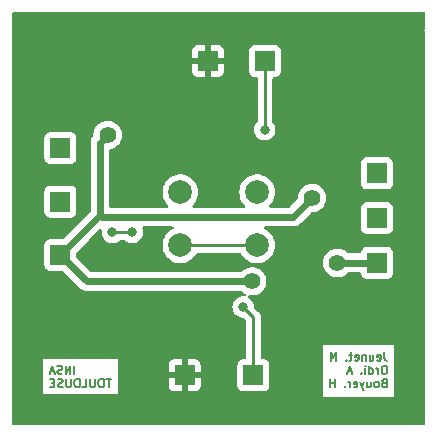
<source format=gbr>
%TF.GenerationSoftware,KiCad,Pcbnew,7.0.8*%
%TF.CreationDate,2023-11-30T14:41:35+01:00*%
%TF.ProjectId,Le_damier,4c655f64-616d-4696-9572-2e6b69636164,rev?*%
%TF.SameCoordinates,Original*%
%TF.FileFunction,Copper,L2,Bot*%
%TF.FilePolarity,Positive*%
%FSLAX46Y46*%
G04 Gerber Fmt 4.6, Leading zero omitted, Abs format (unit mm)*
G04 Created by KiCad (PCBNEW 7.0.8) date 2023-11-30 14:41:35*
%MOMM*%
%LPD*%
G01*
G04 APERTURE LIST*
%ADD10C,0.175000*%
%TA.AperFunction,NonConductor*%
%ADD11C,0.175000*%
%TD*%
%TA.AperFunction,ComponentPad*%
%ADD12R,1.700000X1.700000*%
%TD*%
%TA.AperFunction,ComponentPad*%
%ADD13C,2.000000*%
%TD*%
%TA.AperFunction,ViaPad*%
%ADD14C,1.400000*%
%TD*%
%TA.AperFunction,ViaPad*%
%ADD15C,0.800000*%
%TD*%
%TA.AperFunction,Conductor*%
%ADD16C,0.600000*%
%TD*%
%TA.AperFunction,Conductor*%
%ADD17C,0.250000*%
%TD*%
G04 APERTURE END LIST*
D10*
D11*
X52128202Y-50271233D02*
X52128202Y-50771233D01*
X52128202Y-50771233D02*
X52161535Y-50871233D01*
X52161535Y-50871233D02*
X52228202Y-50937900D01*
X52228202Y-50937900D02*
X52328202Y-50971233D01*
X52328202Y-50971233D02*
X52394869Y-50971233D01*
X51528202Y-50937900D02*
X51594869Y-50971233D01*
X51594869Y-50971233D02*
X51728202Y-50971233D01*
X51728202Y-50971233D02*
X51794869Y-50937900D01*
X51794869Y-50937900D02*
X51828202Y-50871233D01*
X51828202Y-50871233D02*
X51828202Y-50604566D01*
X51828202Y-50604566D02*
X51794869Y-50537900D01*
X51794869Y-50537900D02*
X51728202Y-50504566D01*
X51728202Y-50504566D02*
X51594869Y-50504566D01*
X51594869Y-50504566D02*
X51528202Y-50537900D01*
X51528202Y-50537900D02*
X51494869Y-50604566D01*
X51494869Y-50604566D02*
X51494869Y-50671233D01*
X51494869Y-50671233D02*
X51828202Y-50737900D01*
X50894869Y-50504566D02*
X50894869Y-50971233D01*
X51194869Y-50504566D02*
X51194869Y-50871233D01*
X51194869Y-50871233D02*
X51161536Y-50937900D01*
X51161536Y-50937900D02*
X51094869Y-50971233D01*
X51094869Y-50971233D02*
X50994869Y-50971233D01*
X50994869Y-50971233D02*
X50928202Y-50937900D01*
X50928202Y-50937900D02*
X50894869Y-50904566D01*
X50561536Y-50504566D02*
X50561536Y-50971233D01*
X50561536Y-50571233D02*
X50528203Y-50537900D01*
X50528203Y-50537900D02*
X50461536Y-50504566D01*
X50461536Y-50504566D02*
X50361536Y-50504566D01*
X50361536Y-50504566D02*
X50294869Y-50537900D01*
X50294869Y-50537900D02*
X50261536Y-50604566D01*
X50261536Y-50604566D02*
X50261536Y-50971233D01*
X49661536Y-50937900D02*
X49728203Y-50971233D01*
X49728203Y-50971233D02*
X49861536Y-50971233D01*
X49861536Y-50971233D02*
X49928203Y-50937900D01*
X49928203Y-50937900D02*
X49961536Y-50871233D01*
X49961536Y-50871233D02*
X49961536Y-50604566D01*
X49961536Y-50604566D02*
X49928203Y-50537900D01*
X49928203Y-50537900D02*
X49861536Y-50504566D01*
X49861536Y-50504566D02*
X49728203Y-50504566D01*
X49728203Y-50504566D02*
X49661536Y-50537900D01*
X49661536Y-50537900D02*
X49628203Y-50604566D01*
X49628203Y-50604566D02*
X49628203Y-50671233D01*
X49628203Y-50671233D02*
X49961536Y-50737900D01*
X49428203Y-50504566D02*
X49161536Y-50504566D01*
X49328203Y-50271233D02*
X49328203Y-50871233D01*
X49328203Y-50871233D02*
X49294870Y-50937900D01*
X49294870Y-50937900D02*
X49228203Y-50971233D01*
X49228203Y-50971233D02*
X49161536Y-50971233D01*
X48928203Y-50904566D02*
X48894870Y-50937900D01*
X48894870Y-50937900D02*
X48928203Y-50971233D01*
X48928203Y-50971233D02*
X48961536Y-50937900D01*
X48961536Y-50937900D02*
X48928203Y-50904566D01*
X48928203Y-50904566D02*
X48928203Y-50971233D01*
X48061537Y-50971233D02*
X48061537Y-50271233D01*
X48061537Y-50271233D02*
X47828204Y-50771233D01*
X47828204Y-50771233D02*
X47594870Y-50271233D01*
X47594870Y-50271233D02*
X47594870Y-50971233D01*
X52194869Y-51398233D02*
X52061535Y-51398233D01*
X52061535Y-51398233D02*
X51994869Y-51431566D01*
X51994869Y-51431566D02*
X51928202Y-51498233D01*
X51928202Y-51498233D02*
X51894869Y-51631566D01*
X51894869Y-51631566D02*
X51894869Y-51864900D01*
X51894869Y-51864900D02*
X51928202Y-51998233D01*
X51928202Y-51998233D02*
X51994869Y-52064900D01*
X51994869Y-52064900D02*
X52061535Y-52098233D01*
X52061535Y-52098233D02*
X52194869Y-52098233D01*
X52194869Y-52098233D02*
X52261535Y-52064900D01*
X52261535Y-52064900D02*
X52328202Y-51998233D01*
X52328202Y-51998233D02*
X52361535Y-51864900D01*
X52361535Y-51864900D02*
X52361535Y-51631566D01*
X52361535Y-51631566D02*
X52328202Y-51498233D01*
X52328202Y-51498233D02*
X52261535Y-51431566D01*
X52261535Y-51431566D02*
X52194869Y-51398233D01*
X51594869Y-52098233D02*
X51594869Y-51631566D01*
X51594869Y-51764900D02*
X51561536Y-51698233D01*
X51561536Y-51698233D02*
X51528202Y-51664900D01*
X51528202Y-51664900D02*
X51461536Y-51631566D01*
X51461536Y-51631566D02*
X51394869Y-51631566D01*
X50861536Y-52098233D02*
X50861536Y-51398233D01*
X50861536Y-52064900D02*
X50928203Y-52098233D01*
X50928203Y-52098233D02*
X51061536Y-52098233D01*
X51061536Y-52098233D02*
X51128203Y-52064900D01*
X51128203Y-52064900D02*
X51161536Y-52031566D01*
X51161536Y-52031566D02*
X51194869Y-51964900D01*
X51194869Y-51964900D02*
X51194869Y-51764900D01*
X51194869Y-51764900D02*
X51161536Y-51698233D01*
X51161536Y-51698233D02*
X51128203Y-51664900D01*
X51128203Y-51664900D02*
X51061536Y-51631566D01*
X51061536Y-51631566D02*
X50928203Y-51631566D01*
X50928203Y-51631566D02*
X50861536Y-51664900D01*
X50528203Y-52098233D02*
X50528203Y-51631566D01*
X50528203Y-51398233D02*
X50561536Y-51431566D01*
X50561536Y-51431566D02*
X50528203Y-51464900D01*
X50528203Y-51464900D02*
X50494870Y-51431566D01*
X50494870Y-51431566D02*
X50528203Y-51398233D01*
X50528203Y-51398233D02*
X50528203Y-51464900D01*
X50194870Y-52031566D02*
X50161537Y-52064900D01*
X50161537Y-52064900D02*
X50194870Y-52098233D01*
X50194870Y-52098233D02*
X50228203Y-52064900D01*
X50228203Y-52064900D02*
X50194870Y-52031566D01*
X50194870Y-52031566D02*
X50194870Y-52098233D01*
X49361537Y-51898233D02*
X49028204Y-51898233D01*
X49428204Y-52098233D02*
X49194871Y-51398233D01*
X49194871Y-51398233D02*
X48961537Y-52098233D01*
X52094869Y-52858566D02*
X51994869Y-52891900D01*
X51994869Y-52891900D02*
X51961535Y-52925233D01*
X51961535Y-52925233D02*
X51928202Y-52991900D01*
X51928202Y-52991900D02*
X51928202Y-53091900D01*
X51928202Y-53091900D02*
X51961535Y-53158566D01*
X51961535Y-53158566D02*
X51994869Y-53191900D01*
X51994869Y-53191900D02*
X52061535Y-53225233D01*
X52061535Y-53225233D02*
X52328202Y-53225233D01*
X52328202Y-53225233D02*
X52328202Y-52525233D01*
X52328202Y-52525233D02*
X52094869Y-52525233D01*
X52094869Y-52525233D02*
X52028202Y-52558566D01*
X52028202Y-52558566D02*
X51994869Y-52591900D01*
X51994869Y-52591900D02*
X51961535Y-52658566D01*
X51961535Y-52658566D02*
X51961535Y-52725233D01*
X51961535Y-52725233D02*
X51994869Y-52791900D01*
X51994869Y-52791900D02*
X52028202Y-52825233D01*
X52028202Y-52825233D02*
X52094869Y-52858566D01*
X52094869Y-52858566D02*
X52328202Y-52858566D01*
X51528202Y-53225233D02*
X51594869Y-53191900D01*
X51594869Y-53191900D02*
X51628202Y-53158566D01*
X51628202Y-53158566D02*
X51661535Y-53091900D01*
X51661535Y-53091900D02*
X51661535Y-52891900D01*
X51661535Y-52891900D02*
X51628202Y-52825233D01*
X51628202Y-52825233D02*
X51594869Y-52791900D01*
X51594869Y-52791900D02*
X51528202Y-52758566D01*
X51528202Y-52758566D02*
X51428202Y-52758566D01*
X51428202Y-52758566D02*
X51361535Y-52791900D01*
X51361535Y-52791900D02*
X51328202Y-52825233D01*
X51328202Y-52825233D02*
X51294869Y-52891900D01*
X51294869Y-52891900D02*
X51294869Y-53091900D01*
X51294869Y-53091900D02*
X51328202Y-53158566D01*
X51328202Y-53158566D02*
X51361535Y-53191900D01*
X51361535Y-53191900D02*
X51428202Y-53225233D01*
X51428202Y-53225233D02*
X51528202Y-53225233D01*
X50694869Y-52758566D02*
X50694869Y-53225233D01*
X50994869Y-52758566D02*
X50994869Y-53125233D01*
X50994869Y-53125233D02*
X50961536Y-53191900D01*
X50961536Y-53191900D02*
X50894869Y-53225233D01*
X50894869Y-53225233D02*
X50794869Y-53225233D01*
X50794869Y-53225233D02*
X50728202Y-53191900D01*
X50728202Y-53191900D02*
X50694869Y-53158566D01*
X50428203Y-52758566D02*
X50261536Y-53225233D01*
X50094869Y-52758566D02*
X50261536Y-53225233D01*
X50261536Y-53225233D02*
X50328203Y-53391900D01*
X50328203Y-53391900D02*
X50361536Y-53425233D01*
X50361536Y-53425233D02*
X50428203Y-53458566D01*
X49561536Y-53191900D02*
X49628203Y-53225233D01*
X49628203Y-53225233D02*
X49761536Y-53225233D01*
X49761536Y-53225233D02*
X49828203Y-53191900D01*
X49828203Y-53191900D02*
X49861536Y-53125233D01*
X49861536Y-53125233D02*
X49861536Y-52858566D01*
X49861536Y-52858566D02*
X49828203Y-52791900D01*
X49828203Y-52791900D02*
X49761536Y-52758566D01*
X49761536Y-52758566D02*
X49628203Y-52758566D01*
X49628203Y-52758566D02*
X49561536Y-52791900D01*
X49561536Y-52791900D02*
X49528203Y-52858566D01*
X49528203Y-52858566D02*
X49528203Y-52925233D01*
X49528203Y-52925233D02*
X49861536Y-52991900D01*
X49228203Y-53225233D02*
X49228203Y-52758566D01*
X49228203Y-52891900D02*
X49194870Y-52825233D01*
X49194870Y-52825233D02*
X49161536Y-52791900D01*
X49161536Y-52791900D02*
X49094870Y-52758566D01*
X49094870Y-52758566D02*
X49028203Y-52758566D01*
X48794870Y-53158566D02*
X48761537Y-53191900D01*
X48761537Y-53191900D02*
X48794870Y-53225233D01*
X48794870Y-53225233D02*
X48828203Y-53191900D01*
X48828203Y-53191900D02*
X48794870Y-53158566D01*
X48794870Y-53158566D02*
X48794870Y-53225233D01*
X47928204Y-53225233D02*
X47928204Y-52525233D01*
X47928204Y-52858566D02*
X47528204Y-52858566D01*
X47528204Y-53225233D02*
X47528204Y-52525233D01*
D10*
D11*
X25891797Y-52098233D02*
X25891797Y-51398233D01*
X25558464Y-52098233D02*
X25558464Y-51398233D01*
X25558464Y-51398233D02*
X25158464Y-52098233D01*
X25158464Y-52098233D02*
X25158464Y-51398233D01*
X24858464Y-52064900D02*
X24758464Y-52098233D01*
X24758464Y-52098233D02*
X24591798Y-52098233D01*
X24591798Y-52098233D02*
X24525131Y-52064900D01*
X24525131Y-52064900D02*
X24491798Y-52031566D01*
X24491798Y-52031566D02*
X24458464Y-51964900D01*
X24458464Y-51964900D02*
X24458464Y-51898233D01*
X24458464Y-51898233D02*
X24491798Y-51831566D01*
X24491798Y-51831566D02*
X24525131Y-51798233D01*
X24525131Y-51798233D02*
X24591798Y-51764900D01*
X24591798Y-51764900D02*
X24725131Y-51731566D01*
X24725131Y-51731566D02*
X24791798Y-51698233D01*
X24791798Y-51698233D02*
X24825131Y-51664900D01*
X24825131Y-51664900D02*
X24858464Y-51598233D01*
X24858464Y-51598233D02*
X24858464Y-51531566D01*
X24858464Y-51531566D02*
X24825131Y-51464900D01*
X24825131Y-51464900D02*
X24791798Y-51431566D01*
X24791798Y-51431566D02*
X24725131Y-51398233D01*
X24725131Y-51398233D02*
X24558464Y-51398233D01*
X24558464Y-51398233D02*
X24458464Y-51431566D01*
X24191797Y-51898233D02*
X23858464Y-51898233D01*
X24258464Y-52098233D02*
X24025131Y-51398233D01*
X24025131Y-51398233D02*
X23791797Y-52098233D01*
X28991796Y-52525233D02*
X28591796Y-52525233D01*
X28791796Y-53225233D02*
X28791796Y-52525233D01*
X28225130Y-52525233D02*
X28091796Y-52525233D01*
X28091796Y-52525233D02*
X28025130Y-52558566D01*
X28025130Y-52558566D02*
X27958463Y-52625233D01*
X27958463Y-52625233D02*
X27925130Y-52758566D01*
X27925130Y-52758566D02*
X27925130Y-52991900D01*
X27925130Y-52991900D02*
X27958463Y-53125233D01*
X27958463Y-53125233D02*
X28025130Y-53191900D01*
X28025130Y-53191900D02*
X28091796Y-53225233D01*
X28091796Y-53225233D02*
X28225130Y-53225233D01*
X28225130Y-53225233D02*
X28291796Y-53191900D01*
X28291796Y-53191900D02*
X28358463Y-53125233D01*
X28358463Y-53125233D02*
X28391796Y-52991900D01*
X28391796Y-52991900D02*
X28391796Y-52758566D01*
X28391796Y-52758566D02*
X28358463Y-52625233D01*
X28358463Y-52625233D02*
X28291796Y-52558566D01*
X28291796Y-52558566D02*
X28225130Y-52525233D01*
X27625130Y-52525233D02*
X27625130Y-53091900D01*
X27625130Y-53091900D02*
X27591797Y-53158566D01*
X27591797Y-53158566D02*
X27558463Y-53191900D01*
X27558463Y-53191900D02*
X27491797Y-53225233D01*
X27491797Y-53225233D02*
X27358463Y-53225233D01*
X27358463Y-53225233D02*
X27291797Y-53191900D01*
X27291797Y-53191900D02*
X27258463Y-53158566D01*
X27258463Y-53158566D02*
X27225130Y-53091900D01*
X27225130Y-53091900D02*
X27225130Y-52525233D01*
X26558464Y-53225233D02*
X26891797Y-53225233D01*
X26891797Y-53225233D02*
X26891797Y-52525233D01*
X26191797Y-52525233D02*
X26058463Y-52525233D01*
X26058463Y-52525233D02*
X25991797Y-52558566D01*
X25991797Y-52558566D02*
X25925130Y-52625233D01*
X25925130Y-52625233D02*
X25891797Y-52758566D01*
X25891797Y-52758566D02*
X25891797Y-52991900D01*
X25891797Y-52991900D02*
X25925130Y-53125233D01*
X25925130Y-53125233D02*
X25991797Y-53191900D01*
X25991797Y-53191900D02*
X26058463Y-53225233D01*
X26058463Y-53225233D02*
X26191797Y-53225233D01*
X26191797Y-53225233D02*
X26258463Y-53191900D01*
X26258463Y-53191900D02*
X26325130Y-53125233D01*
X26325130Y-53125233D02*
X26358463Y-52991900D01*
X26358463Y-52991900D02*
X26358463Y-52758566D01*
X26358463Y-52758566D02*
X26325130Y-52625233D01*
X26325130Y-52625233D02*
X26258463Y-52558566D01*
X26258463Y-52558566D02*
X26191797Y-52525233D01*
X25591797Y-52525233D02*
X25591797Y-53091900D01*
X25591797Y-53091900D02*
X25558464Y-53158566D01*
X25558464Y-53158566D02*
X25525130Y-53191900D01*
X25525130Y-53191900D02*
X25458464Y-53225233D01*
X25458464Y-53225233D02*
X25325130Y-53225233D01*
X25325130Y-53225233D02*
X25258464Y-53191900D01*
X25258464Y-53191900D02*
X25225130Y-53158566D01*
X25225130Y-53158566D02*
X25191797Y-53091900D01*
X25191797Y-53091900D02*
X25191797Y-52525233D01*
X24891797Y-53191900D02*
X24791797Y-53225233D01*
X24791797Y-53225233D02*
X24625131Y-53225233D01*
X24625131Y-53225233D02*
X24558464Y-53191900D01*
X24558464Y-53191900D02*
X24525131Y-53158566D01*
X24525131Y-53158566D02*
X24491797Y-53091900D01*
X24491797Y-53091900D02*
X24491797Y-53025233D01*
X24491797Y-53025233D02*
X24525131Y-52958566D01*
X24525131Y-52958566D02*
X24558464Y-52925233D01*
X24558464Y-52925233D02*
X24625131Y-52891900D01*
X24625131Y-52891900D02*
X24758464Y-52858566D01*
X24758464Y-52858566D02*
X24825131Y-52825233D01*
X24825131Y-52825233D02*
X24858464Y-52791900D01*
X24858464Y-52791900D02*
X24891797Y-52725233D01*
X24891797Y-52725233D02*
X24891797Y-52658566D01*
X24891797Y-52658566D02*
X24858464Y-52591900D01*
X24858464Y-52591900D02*
X24825131Y-52558566D01*
X24825131Y-52558566D02*
X24758464Y-52525233D01*
X24758464Y-52525233D02*
X24591797Y-52525233D01*
X24591797Y-52525233D02*
X24491797Y-52558566D01*
X24191797Y-52858566D02*
X23958464Y-52858566D01*
X23858464Y-53225233D02*
X24191797Y-53225233D01*
X24191797Y-53225233D02*
X24191797Y-52525233D01*
X24191797Y-52525233D02*
X23858464Y-52525233D01*
D12*
%TO.P,Connector7,1,Pin_1*%
%TO.N,Net-(Connector2-Pin_1)*%
X51510000Y-38920000D03*
%TD*%
%TO.P,Connector8,1,Pin_1*%
%TO.N,Net-(Connector3-Pin_1)*%
X41048332Y-52220000D03*
%TD*%
%TO.P,Connector4,1,Pin_1*%
%TO.N,GND*%
X37198333Y-25620000D03*
%TD*%
%TO.P,Connector1,1,Pin_1*%
%TO.N,+5V*%
X24710000Y-42041250D03*
%TD*%
%TO.P,Connector5,1,Pin_1*%
%TO.N,/LED_DIN*%
X24710000Y-32983750D03*
%TD*%
D13*
%TO.P,SW1,1,1*%
%TO.N,Net-(Connector3-Pin_1)*%
X34860000Y-36720000D03*
X41360000Y-36720000D03*
%TO.P,SW1,2,2*%
%TO.N,Net-(Connector2-Pin_1)*%
X34860000Y-41220000D03*
X41360000Y-41220000D03*
%TD*%
D12*
%TO.P,Connector2,1,Pin_1*%
%TO.N,Net-(Connector2-Pin_1)*%
X24710000Y-37512500D03*
%TD*%
%TO.P,Connector9,1,Pin_1*%
%TO.N,+5V*%
X51510000Y-42695000D03*
%TD*%
%TO.P,Connector6,1,Pin_1*%
%TO.N,/LED_DOUT*%
X51510000Y-35120000D03*
%TD*%
%TO.P,Connector10,1,Pin_1*%
%TO.N,GND*%
X35221666Y-52220000D03*
%TD*%
%TO.P,Connector3,1,Pin_1*%
%TO.N,Net-(Connector3-Pin_1)*%
X42036666Y-25620000D03*
%TD*%
D14*
%TO.N,+5V*%
X46009998Y-37220000D03*
X28700000Y-31880000D03*
X48160000Y-42700000D03*
X40950000Y-44260000D03*
%TO.N,GND*%
X35910000Y-33320000D03*
X31270000Y-35060000D03*
X48310000Y-40820000D03*
X36610000Y-46740000D03*
X45110000Y-32920000D03*
X39330000Y-30330000D03*
X32660000Y-46790000D03*
X42970000Y-47060000D03*
D15*
%TO.N,Net-(Connector2-Pin_1)*%
X29110000Y-40120000D03*
X30790000Y-40120000D03*
%TO.N,Net-(Connector3-Pin_1)*%
X40180000Y-46430000D03*
X42010000Y-31420000D03*
%TD*%
D16*
%TO.N,+5V*%
X28059928Y-32520072D02*
X28700000Y-31880000D01*
X28188606Y-38820000D02*
X28059928Y-38691322D01*
X28059928Y-38691322D02*
X28059928Y-32520072D01*
X51510000Y-42695000D02*
X48165000Y-42695000D01*
X44409998Y-38820000D02*
X28188606Y-38820000D01*
X40950000Y-44260000D02*
X26928750Y-44260000D01*
X24710000Y-42041250D02*
X28059928Y-38691322D01*
X46009998Y-37220000D02*
X44409998Y-38820000D01*
X26928750Y-44260000D02*
X24710000Y-42041250D01*
X48165000Y-42695000D02*
X48160000Y-42700000D01*
X51510000Y-42695000D02*
X51485000Y-42720000D01*
D17*
%TO.N,Net-(Connector2-Pin_1)*%
X30790000Y-40120000D02*
X29110000Y-40120000D01*
X41360000Y-41220000D02*
X34860000Y-41220000D01*
%TO.N,Net-(Connector3-Pin_1)*%
X41048332Y-47298332D02*
X41048332Y-52220000D01*
X42036666Y-31393334D02*
X42010000Y-31420000D01*
X42036666Y-25620000D02*
X42036666Y-31393334D01*
X40180000Y-46430000D02*
X41048332Y-47298332D01*
%TD*%
%TA.AperFunction,Conductor*%
%TO.N,GND*%
G36*
X55542539Y-21490185D02*
G01*
X55588294Y-21542989D01*
X55599500Y-21594500D01*
X55599500Y-22889903D01*
X55579815Y-22956942D01*
X55527011Y-23002697D01*
X55521036Y-23004624D01*
X55521138Y-23004871D01*
X55509617Y-23009617D01*
X55509616Y-23009618D01*
X55509459Y-23009999D01*
X55509459Y-23010000D01*
X55509617Y-23010383D01*
X55509901Y-23010500D01*
X55509903Y-23010500D01*
X55521138Y-23015129D01*
X55519583Y-23018903D01*
X55561480Y-23040746D01*
X55596137Y-23101415D01*
X55599500Y-23130096D01*
X55599500Y-56315500D01*
X55579815Y-56382539D01*
X55527011Y-56428294D01*
X55475500Y-56439500D01*
X20724500Y-56439500D01*
X20657461Y-56419815D01*
X20611706Y-56367011D01*
X20600500Y-56315500D01*
X20600500Y-50804618D01*
X23203408Y-50804618D01*
X23203408Y-53818814D01*
X29583997Y-53818814D01*
X29583997Y-53117844D01*
X33871666Y-53117844D01*
X33878067Y-53177372D01*
X33878069Y-53177379D01*
X33928311Y-53312086D01*
X33928315Y-53312093D01*
X34014475Y-53427187D01*
X34014478Y-53427190D01*
X34129572Y-53513350D01*
X34129579Y-53513354D01*
X34264286Y-53563596D01*
X34264293Y-53563598D01*
X34323821Y-53569999D01*
X34323838Y-53570000D01*
X34971666Y-53570000D01*
X34971666Y-52655501D01*
X35079351Y-52704680D01*
X35185903Y-52720000D01*
X35257429Y-52720000D01*
X35363981Y-52704680D01*
X35471666Y-52655501D01*
X35471666Y-53570000D01*
X36119494Y-53570000D01*
X36119510Y-53569999D01*
X36179038Y-53563598D01*
X36179045Y-53563596D01*
X36313752Y-53513354D01*
X36313759Y-53513350D01*
X36428853Y-53427190D01*
X36428856Y-53427187D01*
X36515016Y-53312093D01*
X36515020Y-53312086D01*
X36565262Y-53177379D01*
X36565264Y-53177372D01*
X36571665Y-53117844D01*
X36571666Y-53117827D01*
X36571666Y-52470000D01*
X35655352Y-52470000D01*
X35681159Y-52429844D01*
X35721666Y-52291889D01*
X35721666Y-52148111D01*
X35681159Y-52010156D01*
X35655352Y-51970000D01*
X36571666Y-51970000D01*
X36571666Y-51322172D01*
X36571665Y-51322155D01*
X36565264Y-51262627D01*
X36565262Y-51262620D01*
X36515020Y-51127913D01*
X36515016Y-51127906D01*
X36428856Y-51012812D01*
X36428853Y-51012809D01*
X36313759Y-50926649D01*
X36313752Y-50926645D01*
X36179045Y-50876403D01*
X36179038Y-50876401D01*
X36119510Y-50870000D01*
X35471666Y-50870000D01*
X35471666Y-51784498D01*
X35363981Y-51735320D01*
X35257429Y-51720000D01*
X35185903Y-51720000D01*
X35079351Y-51735320D01*
X34971666Y-51784498D01*
X34971666Y-50870000D01*
X34323821Y-50870000D01*
X34264293Y-50876401D01*
X34264286Y-50876403D01*
X34129579Y-50926645D01*
X34129572Y-50926649D01*
X34014478Y-51012809D01*
X34014475Y-51012812D01*
X33928315Y-51127906D01*
X33928311Y-51127913D01*
X33878069Y-51262620D01*
X33878067Y-51262627D01*
X33871666Y-51322155D01*
X33871666Y-51970000D01*
X34787980Y-51970000D01*
X34762173Y-52010156D01*
X34721666Y-52148111D01*
X34721666Y-52291889D01*
X34762173Y-52429844D01*
X34787980Y-52470000D01*
X33871666Y-52470000D01*
X33871666Y-53117844D01*
X29583997Y-53117844D01*
X29583997Y-50804618D01*
X23203408Y-50804618D01*
X20600500Y-50804618D01*
X20600500Y-42939120D01*
X23359500Y-42939120D01*
X23359501Y-42939126D01*
X23365908Y-42998733D01*
X23416202Y-43133578D01*
X23416206Y-43133585D01*
X23502452Y-43248794D01*
X23502455Y-43248797D01*
X23617664Y-43335043D01*
X23617671Y-43335047D01*
X23752517Y-43385341D01*
X23752516Y-43385341D01*
X23759444Y-43386085D01*
X23812127Y-43391750D01*
X24877059Y-43391749D01*
X24944098Y-43411433D01*
X24964740Y-43428068D01*
X26426490Y-44889818D01*
X26439540Y-44898017D01*
X26461854Y-44912038D01*
X26467507Y-44916049D01*
X26500163Y-44942091D01*
X26537794Y-44960213D01*
X26543856Y-44963563D01*
X26579228Y-44985789D01*
X26618648Y-44999583D01*
X26625076Y-45002245D01*
X26662689Y-45020359D01*
X26703405Y-45029652D01*
X26710074Y-45031574D01*
X26749495Y-45045368D01*
X26791001Y-45050044D01*
X26797826Y-45051203D01*
X26838555Y-45060500D01*
X26883796Y-45060500D01*
X39998108Y-45060500D01*
X40065147Y-45080185D01*
X40081638Y-45092856D01*
X40223438Y-45222124D01*
X40223440Y-45222125D01*
X40223441Y-45222126D01*
X40349924Y-45300441D01*
X40396560Y-45352469D01*
X40407664Y-45421450D01*
X40379711Y-45485485D01*
X40321576Y-45524241D01*
X40281145Y-45528251D01*
X40281145Y-45529500D01*
X40274646Y-45529500D01*
X40085354Y-45529500D01*
X40052897Y-45536398D01*
X39900197Y-45568855D01*
X39900192Y-45568857D01*
X39727270Y-45645848D01*
X39727265Y-45645851D01*
X39574129Y-45757111D01*
X39447466Y-45897785D01*
X39352821Y-46061715D01*
X39352818Y-46061722D01*
X39294327Y-46241740D01*
X39294326Y-46241744D01*
X39274540Y-46430000D01*
X39294326Y-46618256D01*
X39294327Y-46618259D01*
X39352818Y-46798277D01*
X39352821Y-46798284D01*
X39447467Y-46962216D01*
X39564947Y-47092690D01*
X39574129Y-47102888D01*
X39727265Y-47214148D01*
X39727270Y-47214151D01*
X39900192Y-47291142D01*
X39900197Y-47291144D01*
X40085354Y-47330500D01*
X40144547Y-47330500D01*
X40211586Y-47350185D01*
X40232223Y-47366814D01*
X40386514Y-47521104D01*
X40419998Y-47582426D01*
X40422832Y-47608784D01*
X40422832Y-50745500D01*
X40403147Y-50812539D01*
X40350343Y-50858294D01*
X40298833Y-50869500D01*
X40150462Y-50869500D01*
X40150455Y-50869501D01*
X40090848Y-50875908D01*
X39956003Y-50926202D01*
X39955996Y-50926206D01*
X39840787Y-51012452D01*
X39840784Y-51012455D01*
X39754538Y-51127664D01*
X39754534Y-51127671D01*
X39704240Y-51262517D01*
X39697833Y-51322116D01*
X39697833Y-51322123D01*
X39697832Y-51322135D01*
X39697832Y-53117870D01*
X39697833Y-53117876D01*
X39704240Y-53177483D01*
X39754534Y-53312328D01*
X39754538Y-53312335D01*
X39840784Y-53427544D01*
X39840787Y-53427547D01*
X39955996Y-53513793D01*
X39956003Y-53513797D01*
X40090849Y-53564091D01*
X40090848Y-53564091D01*
X40097776Y-53564835D01*
X40150459Y-53570500D01*
X41946204Y-53570499D01*
X42005815Y-53564091D01*
X42140663Y-53513796D01*
X42255878Y-53427546D01*
X42342128Y-53312331D01*
X42392423Y-53177483D01*
X42398832Y-53117873D01*
X42398831Y-51322128D01*
X42392423Y-51262517D01*
X42342216Y-51127906D01*
X42342129Y-51127671D01*
X42342125Y-51127664D01*
X42255879Y-51012455D01*
X42255876Y-51012452D01*
X42140667Y-50926206D01*
X42140660Y-50926202D01*
X42005814Y-50875908D01*
X42005815Y-50875908D01*
X41946215Y-50869501D01*
X41946213Y-50869500D01*
X41946205Y-50869500D01*
X41946197Y-50869500D01*
X41797832Y-50869500D01*
X41730793Y-50849815D01*
X41685038Y-50797011D01*
X41673832Y-50745500D01*
X41673832Y-49677969D01*
X46936003Y-49677969D01*
X46936003Y-54049634D01*
X52987070Y-54049634D01*
X52987070Y-49677969D01*
X46936003Y-49677969D01*
X41673832Y-49677969D01*
X41673832Y-47381074D01*
X41675556Y-47365454D01*
X41675271Y-47365428D01*
X41676003Y-47357672D01*
X41676005Y-47357665D01*
X41673832Y-47288517D01*
X41673832Y-47258982D01*
X41672963Y-47252104D01*
X41672504Y-47246275D01*
X41671041Y-47199704D01*
X41665454Y-47180476D01*
X41661506Y-47161416D01*
X41658995Y-47141536D01*
X41641844Y-47098219D01*
X41639951Y-47092690D01*
X41626950Y-47047941D01*
X41626948Y-47047938D01*
X41616755Y-47030703D01*
X41608193Y-47013226D01*
X41600819Y-46994602D01*
X41600818Y-46994600D01*
X41573411Y-46956877D01*
X41570220Y-46952018D01*
X41546504Y-46911915D01*
X41546497Y-46911906D01*
X41532338Y-46897747D01*
X41519700Y-46882951D01*
X41507926Y-46866745D01*
X41472020Y-46837041D01*
X41467708Y-46833118D01*
X41118960Y-46484369D01*
X41085475Y-46423046D01*
X41083323Y-46409668D01*
X41065674Y-46241744D01*
X41007179Y-46061716D01*
X40912533Y-45897784D01*
X40785871Y-45757112D01*
X40662803Y-45667698D01*
X40620138Y-45612369D01*
X40614159Y-45542756D01*
X40646764Y-45480961D01*
X40707603Y-45446604D01*
X40758472Y-45445492D01*
X40838757Y-45460500D01*
X40838759Y-45460500D01*
X41061241Y-45460500D01*
X41061243Y-45460500D01*
X41279940Y-45419618D01*
X41487401Y-45339247D01*
X41676562Y-45222124D01*
X41818354Y-45092863D01*
X41840979Y-45072238D01*
X41849844Y-45060500D01*
X41975058Y-44894689D01*
X42074229Y-44695528D01*
X42135115Y-44481536D01*
X42155643Y-44260000D01*
X42135115Y-44038464D01*
X42074229Y-43824472D01*
X42055735Y-43787331D01*
X41975061Y-43625316D01*
X41975056Y-43625308D01*
X41840979Y-43447761D01*
X41676562Y-43297876D01*
X41676560Y-43297874D01*
X41487404Y-43180754D01*
X41487398Y-43180752D01*
X41279940Y-43100382D01*
X41061243Y-43059500D01*
X40838757Y-43059500D01*
X40620060Y-43100382D01*
X40529351Y-43135523D01*
X40412601Y-43180752D01*
X40412595Y-43180754D01*
X40223441Y-43297873D01*
X40223438Y-43297876D01*
X40081644Y-43427138D01*
X40018843Y-43457754D01*
X39998108Y-43459500D01*
X27311690Y-43459500D01*
X27244651Y-43439815D01*
X27224009Y-43423181D01*
X26096818Y-42295990D01*
X26063333Y-42234667D01*
X26060499Y-42208309D01*
X26060499Y-41874190D01*
X26080184Y-41807151D01*
X26096818Y-41786509D01*
X27152209Y-40731118D01*
X28008756Y-39874570D01*
X28070078Y-39841087D01*
X28139770Y-39846071D01*
X28195703Y-39887943D01*
X28220120Y-39953407D01*
X28219757Y-39975214D01*
X28204540Y-40120000D01*
X28224326Y-40308256D01*
X28224327Y-40308259D01*
X28282818Y-40488277D01*
X28282821Y-40488284D01*
X28377467Y-40652216D01*
X28479185Y-40765185D01*
X28504129Y-40792888D01*
X28657265Y-40904148D01*
X28657270Y-40904151D01*
X28830192Y-40981142D01*
X28830197Y-40981144D01*
X29015354Y-41020500D01*
X29015355Y-41020500D01*
X29204644Y-41020500D01*
X29204646Y-41020500D01*
X29389803Y-40981144D01*
X29562730Y-40904151D01*
X29715871Y-40792888D01*
X29718788Y-40789647D01*
X29721600Y-40786526D01*
X29781087Y-40749879D01*
X29813748Y-40745500D01*
X30086252Y-40745500D01*
X30153291Y-40765185D01*
X30178400Y-40786526D01*
X30184126Y-40792885D01*
X30184130Y-40792889D01*
X30337265Y-40904148D01*
X30337270Y-40904151D01*
X30510192Y-40981142D01*
X30510197Y-40981144D01*
X30695354Y-41020500D01*
X30695355Y-41020500D01*
X30884644Y-41020500D01*
X30884646Y-41020500D01*
X31069803Y-40981144D01*
X31242730Y-40904151D01*
X31395871Y-40792888D01*
X31522533Y-40652216D01*
X31617179Y-40488284D01*
X31675674Y-40308256D01*
X31695460Y-40120000D01*
X31675674Y-39931744D01*
X31627285Y-39782818D01*
X31625290Y-39712977D01*
X31661370Y-39653144D01*
X31724071Y-39622316D01*
X31745216Y-39620500D01*
X34173291Y-39620500D01*
X34240330Y-39640185D01*
X34286085Y-39692989D01*
X34296029Y-39762147D01*
X34267004Y-39825703D01*
X34232308Y-39853555D01*
X34036496Y-39959522D01*
X34036494Y-39959523D01*
X33840257Y-40112261D01*
X33671833Y-40295217D01*
X33535826Y-40503393D01*
X33435936Y-40731118D01*
X33374892Y-40972175D01*
X33374890Y-40972187D01*
X33354357Y-41219994D01*
X33354357Y-41220005D01*
X33374890Y-41467812D01*
X33374892Y-41467824D01*
X33435936Y-41708881D01*
X33535826Y-41936606D01*
X33671833Y-42144782D01*
X33671836Y-42144785D01*
X33840256Y-42327738D01*
X34036491Y-42480474D01*
X34255190Y-42598828D01*
X34490386Y-42679571D01*
X34735665Y-42720500D01*
X34984335Y-42720500D01*
X35229614Y-42679571D01*
X35464810Y-42598828D01*
X35683509Y-42480474D01*
X35879744Y-42327738D01*
X36048164Y-42144785D01*
X36184173Y-41936607D01*
X36184175Y-41936603D01*
X36191595Y-41919689D01*
X36236551Y-41866203D01*
X36303287Y-41845514D01*
X36305150Y-41845500D01*
X39914850Y-41845500D01*
X39981889Y-41865185D01*
X40027644Y-41917989D01*
X40028405Y-41919689D01*
X40035824Y-41936603D01*
X40171833Y-42144782D01*
X40171836Y-42144785D01*
X40340256Y-42327738D01*
X40536491Y-42480474D01*
X40755190Y-42598828D01*
X40990386Y-42679571D01*
X41235665Y-42720500D01*
X41484335Y-42720500D01*
X41607187Y-42700000D01*
X46954357Y-42700000D01*
X46974884Y-42921535D01*
X46974885Y-42921537D01*
X47035769Y-43135523D01*
X47035775Y-43135538D01*
X47134938Y-43334683D01*
X47134943Y-43334691D01*
X47269020Y-43512238D01*
X47433437Y-43662123D01*
X47433439Y-43662125D01*
X47622595Y-43779245D01*
X47622596Y-43779245D01*
X47622599Y-43779247D01*
X47830060Y-43859618D01*
X48048757Y-43900500D01*
X48048759Y-43900500D01*
X48271241Y-43900500D01*
X48271243Y-43900500D01*
X48489940Y-43859618D01*
X48697401Y-43779247D01*
X48886562Y-43662124D01*
X49033839Y-43527862D01*
X49096643Y-43497246D01*
X49117377Y-43495500D01*
X50037649Y-43495500D01*
X50104688Y-43515185D01*
X50150443Y-43567989D01*
X50160939Y-43606248D01*
X50165908Y-43652483D01*
X50216202Y-43787328D01*
X50216206Y-43787335D01*
X50302452Y-43902544D01*
X50302455Y-43902547D01*
X50417664Y-43988793D01*
X50417671Y-43988797D01*
X50552517Y-44039091D01*
X50552516Y-44039091D01*
X50559444Y-44039835D01*
X50612127Y-44045500D01*
X52407872Y-44045499D01*
X52467483Y-44039091D01*
X52602331Y-43988796D01*
X52717546Y-43902546D01*
X52803796Y-43787331D01*
X52854091Y-43652483D01*
X52860500Y-43592873D01*
X52860499Y-41797128D01*
X52854091Y-41737517D01*
X52843410Y-41708881D01*
X52803797Y-41602671D01*
X52803793Y-41602664D01*
X52717547Y-41487455D01*
X52717544Y-41487452D01*
X52602335Y-41401206D01*
X52602328Y-41401202D01*
X52467482Y-41350908D01*
X52467483Y-41350908D01*
X52407883Y-41344501D01*
X52407881Y-41344500D01*
X52407873Y-41344500D01*
X52407864Y-41344500D01*
X50612129Y-41344500D01*
X50612123Y-41344501D01*
X50552516Y-41350908D01*
X50417671Y-41401202D01*
X50417664Y-41401206D01*
X50302455Y-41487452D01*
X50302452Y-41487455D01*
X50216206Y-41602664D01*
X50216202Y-41602671D01*
X50165910Y-41737513D01*
X50165909Y-41737517D01*
X50160937Y-41783757D01*
X50134201Y-41848306D01*
X50076809Y-41888154D01*
X50037649Y-41894500D01*
X49106408Y-41894500D01*
X49039369Y-41874815D01*
X49022870Y-41862137D01*
X48886562Y-41737876D01*
X48886560Y-41737874D01*
X48697404Y-41620754D01*
X48697398Y-41620752D01*
X48489940Y-41540382D01*
X48271243Y-41499500D01*
X48048757Y-41499500D01*
X47830060Y-41540382D01*
X47698864Y-41591207D01*
X47622601Y-41620752D01*
X47622595Y-41620754D01*
X47433439Y-41737874D01*
X47433437Y-41737876D01*
X47269020Y-41887761D01*
X47134943Y-42065308D01*
X47134938Y-42065316D01*
X47035775Y-42264461D01*
X47035769Y-42264476D01*
X46974885Y-42478462D01*
X46974884Y-42478464D01*
X46954357Y-42699999D01*
X46954357Y-42700000D01*
X41607187Y-42700000D01*
X41729614Y-42679571D01*
X41964810Y-42598828D01*
X42183509Y-42480474D01*
X42379744Y-42327738D01*
X42548164Y-42144785D01*
X42684173Y-41936607D01*
X42784063Y-41708881D01*
X42845108Y-41467821D01*
X42865643Y-41220000D01*
X42854354Y-41083767D01*
X42845109Y-40972187D01*
X42845107Y-40972175D01*
X42784063Y-40731118D01*
X42684173Y-40503393D01*
X42548166Y-40295217D01*
X42473213Y-40213797D01*
X42379744Y-40112262D01*
X42183509Y-39959526D01*
X42183508Y-39959525D01*
X42183505Y-39959523D01*
X42183503Y-39959522D01*
X41987692Y-39853555D01*
X41951738Y-39817870D01*
X50159500Y-39817870D01*
X50159501Y-39817876D01*
X50165908Y-39877483D01*
X50216202Y-40012328D01*
X50216206Y-40012335D01*
X50302452Y-40127544D01*
X50302455Y-40127547D01*
X50417664Y-40213793D01*
X50417671Y-40213797D01*
X50552517Y-40264091D01*
X50552516Y-40264091D01*
X50559444Y-40264835D01*
X50612127Y-40270500D01*
X52407872Y-40270499D01*
X52467483Y-40264091D01*
X52602331Y-40213796D01*
X52717546Y-40127546D01*
X52803796Y-40012331D01*
X52854091Y-39877483D01*
X52860500Y-39817873D01*
X52860499Y-38022128D01*
X52854091Y-37962517D01*
X52829095Y-37895500D01*
X52803797Y-37827671D01*
X52803793Y-37827664D01*
X52717547Y-37712455D01*
X52717544Y-37712452D01*
X52602335Y-37626206D01*
X52602328Y-37626202D01*
X52467482Y-37575908D01*
X52467483Y-37575908D01*
X52407883Y-37569501D01*
X52407881Y-37569500D01*
X52407873Y-37569500D01*
X52407864Y-37569500D01*
X50612129Y-37569500D01*
X50612123Y-37569501D01*
X50552516Y-37575908D01*
X50417671Y-37626202D01*
X50417664Y-37626206D01*
X50302455Y-37712452D01*
X50302452Y-37712455D01*
X50216206Y-37827664D01*
X50216202Y-37827671D01*
X50165908Y-37962517D01*
X50160087Y-38016666D01*
X50159501Y-38022123D01*
X50159500Y-38022135D01*
X50159500Y-39817870D01*
X41951738Y-39817870D01*
X41938101Y-39804335D01*
X41922993Y-39736119D01*
X41947163Y-39670563D01*
X42002939Y-39628482D01*
X42046709Y-39620500D01*
X44500192Y-39620500D01*
X44540903Y-39611208D01*
X44547758Y-39610043D01*
X44589253Y-39605368D01*
X44628678Y-39591571D01*
X44635319Y-39589658D01*
X44676059Y-39580360D01*
X44713691Y-39562236D01*
X44720103Y-39559580D01*
X44759520Y-39545789D01*
X44794887Y-39523565D01*
X44800959Y-39520209D01*
X44838585Y-39502091D01*
X44871234Y-39476052D01*
X44876893Y-39472037D01*
X44912260Y-39449816D01*
X45039814Y-39322262D01*
X45039814Y-39322261D01*
X45905256Y-38456819D01*
X45966579Y-38423334D01*
X45992937Y-38420500D01*
X46121239Y-38420500D01*
X46121241Y-38420500D01*
X46339938Y-38379618D01*
X46547399Y-38299247D01*
X46736560Y-38182124D01*
X46900979Y-38032236D01*
X47035056Y-37854689D01*
X47134227Y-37655528D01*
X47195113Y-37441536D01*
X47215641Y-37220000D01*
X47195113Y-36998464D01*
X47134227Y-36784472D01*
X47134222Y-36784461D01*
X47035059Y-36585316D01*
X47035054Y-36585308D01*
X46900977Y-36407761D01*
X46736560Y-36257876D01*
X46736558Y-36257874D01*
X46547402Y-36140754D01*
X46547396Y-36140752D01*
X46339938Y-36060382D01*
X46121241Y-36019500D01*
X45898755Y-36019500D01*
X45680058Y-36060382D01*
X45548862Y-36111207D01*
X45472599Y-36140752D01*
X45472593Y-36140754D01*
X45283437Y-36257874D01*
X45283435Y-36257876D01*
X45119018Y-36407761D01*
X44984941Y-36585308D01*
X44984936Y-36585316D01*
X44885773Y-36784461D01*
X44885767Y-36784476D01*
X44824883Y-36998462D01*
X44824882Y-36998464D01*
X44804355Y-37219998D01*
X44805223Y-37229370D01*
X44791804Y-37297939D01*
X44769432Y-37328486D01*
X44114739Y-37983181D01*
X44053416Y-38016666D01*
X44027058Y-38019500D01*
X42485906Y-38019500D01*
X42418867Y-37999815D01*
X42373112Y-37947011D01*
X42363168Y-37877853D01*
X42392193Y-37814297D01*
X42394676Y-37811517D01*
X42485872Y-37712452D01*
X42548164Y-37644785D01*
X42684173Y-37436607D01*
X42784063Y-37208881D01*
X42845108Y-36967821D01*
X42845109Y-36967812D01*
X42865643Y-36720005D01*
X42865643Y-36719994D01*
X42845109Y-36472187D01*
X42845107Y-36472175D01*
X42784063Y-36231118D01*
X42690523Y-36017870D01*
X50159500Y-36017870D01*
X50159501Y-36017876D01*
X50165908Y-36077483D01*
X50216202Y-36212328D01*
X50216206Y-36212335D01*
X50302452Y-36327544D01*
X50302455Y-36327547D01*
X50417664Y-36413793D01*
X50417671Y-36413797D01*
X50552517Y-36464091D01*
X50552516Y-36464091D01*
X50559444Y-36464835D01*
X50612127Y-36470500D01*
X52407872Y-36470499D01*
X52467483Y-36464091D01*
X52602331Y-36413796D01*
X52717546Y-36327546D01*
X52803796Y-36212331D01*
X52854091Y-36077483D01*
X52860500Y-36017873D01*
X52860499Y-34222128D01*
X52854091Y-34162517D01*
X52821852Y-34076081D01*
X52803797Y-34027671D01*
X52803793Y-34027664D01*
X52717547Y-33912455D01*
X52717544Y-33912452D01*
X52602335Y-33826206D01*
X52602328Y-33826202D01*
X52467482Y-33775908D01*
X52467483Y-33775908D01*
X52407883Y-33769501D01*
X52407881Y-33769500D01*
X52407873Y-33769500D01*
X52407864Y-33769500D01*
X50612129Y-33769500D01*
X50612123Y-33769501D01*
X50552516Y-33775908D01*
X50417671Y-33826202D01*
X50417664Y-33826206D01*
X50302455Y-33912452D01*
X50302452Y-33912455D01*
X50216206Y-34027664D01*
X50216202Y-34027671D01*
X50165908Y-34162517D01*
X50159501Y-34222116D01*
X50159501Y-34222123D01*
X50159500Y-34222135D01*
X50159500Y-36017870D01*
X42690523Y-36017870D01*
X42684173Y-36003393D01*
X42548166Y-35795217D01*
X42526557Y-35771744D01*
X42379744Y-35612262D01*
X42183509Y-35459526D01*
X42183507Y-35459525D01*
X42183506Y-35459524D01*
X41964811Y-35341172D01*
X41964802Y-35341169D01*
X41729616Y-35260429D01*
X41484335Y-35219500D01*
X41235665Y-35219500D01*
X40990383Y-35260429D01*
X40755197Y-35341169D01*
X40755188Y-35341172D01*
X40536493Y-35459524D01*
X40340257Y-35612261D01*
X40171833Y-35795217D01*
X40035826Y-36003393D01*
X39935936Y-36231118D01*
X39874892Y-36472175D01*
X39874890Y-36472187D01*
X39854357Y-36719994D01*
X39854357Y-36720005D01*
X39874890Y-36967812D01*
X39874892Y-36967824D01*
X39935936Y-37208881D01*
X40035826Y-37436606D01*
X40171833Y-37644782D01*
X40325324Y-37811517D01*
X40356246Y-37874172D01*
X40348386Y-37943598D01*
X40304239Y-37997753D01*
X40237821Y-38019444D01*
X40234094Y-38019500D01*
X35985906Y-38019500D01*
X35918867Y-37999815D01*
X35873112Y-37947011D01*
X35863168Y-37877853D01*
X35892193Y-37814297D01*
X35894676Y-37811517D01*
X35985872Y-37712452D01*
X36048164Y-37644785D01*
X36184173Y-37436607D01*
X36284063Y-37208881D01*
X36345108Y-36967821D01*
X36345109Y-36967812D01*
X36365643Y-36720005D01*
X36365643Y-36719994D01*
X36345109Y-36472187D01*
X36345107Y-36472175D01*
X36284063Y-36231118D01*
X36184173Y-36003393D01*
X36048166Y-35795217D01*
X36026557Y-35771744D01*
X35879744Y-35612262D01*
X35683509Y-35459526D01*
X35683507Y-35459525D01*
X35683506Y-35459524D01*
X35464811Y-35341172D01*
X35464802Y-35341169D01*
X35229616Y-35260429D01*
X34984335Y-35219500D01*
X34735665Y-35219500D01*
X34490383Y-35260429D01*
X34255197Y-35341169D01*
X34255188Y-35341172D01*
X34036493Y-35459524D01*
X33840257Y-35612261D01*
X33671833Y-35795217D01*
X33535826Y-36003393D01*
X33435936Y-36231118D01*
X33374892Y-36472175D01*
X33374890Y-36472187D01*
X33354357Y-36719994D01*
X33354357Y-36720005D01*
X33374890Y-36967812D01*
X33374892Y-36967824D01*
X33435936Y-37208881D01*
X33535826Y-37436606D01*
X33671833Y-37644782D01*
X33825324Y-37811517D01*
X33856246Y-37874172D01*
X33848386Y-37943598D01*
X33804239Y-37997753D01*
X33737821Y-38019444D01*
X33734094Y-38019500D01*
X28984428Y-38019500D01*
X28917389Y-37999815D01*
X28871634Y-37947011D01*
X28860428Y-37895500D01*
X28860428Y-33174273D01*
X28880113Y-33107234D01*
X28932917Y-33061479D01*
X28961639Y-33052385D01*
X29029940Y-33039618D01*
X29237401Y-32959247D01*
X29426562Y-32842124D01*
X29590981Y-32692236D01*
X29725058Y-32514689D01*
X29824229Y-32315528D01*
X29885115Y-32101536D01*
X29905643Y-31880000D01*
X29885115Y-31658464D01*
X29824229Y-31444472D01*
X29824224Y-31444461D01*
X29725061Y-31245316D01*
X29725056Y-31245308D01*
X29590979Y-31067761D01*
X29426562Y-30917876D01*
X29426560Y-30917874D01*
X29237404Y-30800754D01*
X29237398Y-30800752D01*
X29231655Y-30798527D01*
X29029940Y-30720382D01*
X28811243Y-30679500D01*
X28588757Y-30679500D01*
X28370060Y-30720382D01*
X28291212Y-30750928D01*
X28162601Y-30800752D01*
X28162595Y-30800754D01*
X27973439Y-30917874D01*
X27973437Y-30917876D01*
X27809020Y-31067761D01*
X27674943Y-31245308D01*
X27674938Y-31245316D01*
X27575775Y-31444461D01*
X27575769Y-31444476D01*
X27514885Y-31658462D01*
X27514884Y-31658464D01*
X27494357Y-31879998D01*
X27495225Y-31889370D01*
X27481806Y-31957939D01*
X27459437Y-31988484D01*
X27430111Y-32017811D01*
X27407894Y-32053168D01*
X27403869Y-32058841D01*
X27377838Y-32091482D01*
X27359719Y-32129105D01*
X27356355Y-32135192D01*
X27334140Y-32170548D01*
X27334136Y-32170555D01*
X27320344Y-32209967D01*
X27317683Y-32216392D01*
X27299567Y-32254011D01*
X27290272Y-32294731D01*
X27288347Y-32301413D01*
X27274560Y-32340816D01*
X27269883Y-32382307D01*
X27268719Y-32389161D01*
X27259428Y-32429878D01*
X27259428Y-38308381D01*
X27239743Y-38375420D01*
X27223109Y-38396062D01*
X24964739Y-40654431D01*
X24903416Y-40687916D01*
X24877058Y-40690750D01*
X23812129Y-40690750D01*
X23812123Y-40690751D01*
X23752516Y-40697158D01*
X23617671Y-40747452D01*
X23617664Y-40747456D01*
X23502455Y-40833702D01*
X23502452Y-40833705D01*
X23416206Y-40948914D01*
X23416202Y-40948921D01*
X23365908Y-41083767D01*
X23359501Y-41143366D01*
X23359500Y-41143385D01*
X23359500Y-42939120D01*
X20600500Y-42939120D01*
X20600500Y-38410370D01*
X23359500Y-38410370D01*
X23359501Y-38410376D01*
X23365908Y-38469983D01*
X23416202Y-38604828D01*
X23416206Y-38604835D01*
X23502452Y-38720044D01*
X23502455Y-38720047D01*
X23617664Y-38806293D01*
X23617671Y-38806297D01*
X23752517Y-38856591D01*
X23752516Y-38856591D01*
X23759444Y-38857335D01*
X23812127Y-38863000D01*
X25607872Y-38862999D01*
X25667483Y-38856591D01*
X25802331Y-38806296D01*
X25917546Y-38720046D01*
X26003796Y-38604831D01*
X26054091Y-38469983D01*
X26060500Y-38410373D01*
X26060499Y-36614628D01*
X26054091Y-36555017D01*
X26023197Y-36472187D01*
X26003797Y-36420171D01*
X26003793Y-36420164D01*
X25917547Y-36304955D01*
X25917544Y-36304952D01*
X25802335Y-36218706D01*
X25802328Y-36218702D01*
X25667482Y-36168408D01*
X25667483Y-36168408D01*
X25607883Y-36162001D01*
X25607881Y-36162000D01*
X25607873Y-36162000D01*
X25607864Y-36162000D01*
X23812129Y-36162000D01*
X23812123Y-36162001D01*
X23752516Y-36168408D01*
X23617671Y-36218702D01*
X23617664Y-36218706D01*
X23502455Y-36304952D01*
X23502452Y-36304955D01*
X23416206Y-36420164D01*
X23416202Y-36420171D01*
X23365908Y-36555017D01*
X23362651Y-36585316D01*
X23359501Y-36614623D01*
X23359500Y-36614635D01*
X23359500Y-38410370D01*
X20600500Y-38410370D01*
X20600500Y-33881620D01*
X23359500Y-33881620D01*
X23359501Y-33881626D01*
X23365908Y-33941233D01*
X23416202Y-34076078D01*
X23416206Y-34076085D01*
X23502452Y-34191294D01*
X23502455Y-34191297D01*
X23617664Y-34277543D01*
X23617671Y-34277547D01*
X23752517Y-34327841D01*
X23752516Y-34327841D01*
X23759444Y-34328585D01*
X23812127Y-34334250D01*
X25607872Y-34334249D01*
X25667483Y-34327841D01*
X25802331Y-34277546D01*
X25917546Y-34191296D01*
X26003796Y-34076081D01*
X26054091Y-33941233D01*
X26060500Y-33881623D01*
X26060499Y-32085878D01*
X26054091Y-32026267D01*
X26028606Y-31957939D01*
X26003797Y-31891421D01*
X26003793Y-31891414D01*
X25917547Y-31776205D01*
X25917544Y-31776202D01*
X25802335Y-31689956D01*
X25802328Y-31689952D01*
X25667482Y-31639658D01*
X25667483Y-31639658D01*
X25607883Y-31633251D01*
X25607881Y-31633250D01*
X25607873Y-31633250D01*
X25607864Y-31633250D01*
X23812129Y-31633250D01*
X23812123Y-31633251D01*
X23752516Y-31639658D01*
X23617671Y-31689952D01*
X23617664Y-31689956D01*
X23502455Y-31776202D01*
X23502452Y-31776205D01*
X23416206Y-31891414D01*
X23416202Y-31891421D01*
X23365908Y-32026267D01*
X23359501Y-32085866D01*
X23359501Y-32085873D01*
X23359500Y-32085885D01*
X23359500Y-33881620D01*
X20600500Y-33881620D01*
X20600500Y-26517844D01*
X35848333Y-26517844D01*
X35854734Y-26577372D01*
X35854736Y-26577379D01*
X35904978Y-26712086D01*
X35904982Y-26712093D01*
X35991142Y-26827187D01*
X35991145Y-26827190D01*
X36106239Y-26913350D01*
X36106246Y-26913354D01*
X36240953Y-26963596D01*
X36240960Y-26963598D01*
X36300488Y-26969999D01*
X36300505Y-26970000D01*
X36948333Y-26970000D01*
X36948333Y-26055501D01*
X37056018Y-26104680D01*
X37162570Y-26120000D01*
X37234096Y-26120000D01*
X37340648Y-26104680D01*
X37448333Y-26055501D01*
X37448333Y-26970000D01*
X38096161Y-26970000D01*
X38096177Y-26969999D01*
X38155705Y-26963598D01*
X38155712Y-26963596D01*
X38290419Y-26913354D01*
X38290426Y-26913350D01*
X38405520Y-26827190D01*
X38405523Y-26827187D01*
X38491683Y-26712093D01*
X38491687Y-26712086D01*
X38541929Y-26577379D01*
X38541931Y-26577372D01*
X38548329Y-26517870D01*
X40686166Y-26517870D01*
X40686167Y-26517876D01*
X40692574Y-26577483D01*
X40742868Y-26712328D01*
X40742872Y-26712335D01*
X40829118Y-26827544D01*
X40829121Y-26827547D01*
X40944330Y-26913793D01*
X40944337Y-26913797D01*
X40989284Y-26930561D01*
X41079183Y-26964091D01*
X41138793Y-26970500D01*
X41287166Y-26970499D01*
X41354205Y-26990183D01*
X41399960Y-27042987D01*
X41411166Y-27094499D01*
X41411166Y-30691697D01*
X41391481Y-30758736D01*
X41379316Y-30774669D01*
X41277466Y-30887785D01*
X41182821Y-31051715D01*
X41182818Y-31051722D01*
X41124327Y-31231740D01*
X41124326Y-31231744D01*
X41104540Y-31420000D01*
X41124326Y-31608256D01*
X41124327Y-31608259D01*
X41182818Y-31788277D01*
X41182821Y-31788284D01*
X41277467Y-31952216D01*
X41344142Y-32026266D01*
X41404129Y-32092888D01*
X41557265Y-32204148D01*
X41557270Y-32204151D01*
X41730192Y-32281142D01*
X41730197Y-32281144D01*
X41915354Y-32320500D01*
X41915355Y-32320500D01*
X42104644Y-32320500D01*
X42104646Y-32320500D01*
X42289803Y-32281144D01*
X42462730Y-32204151D01*
X42615871Y-32092888D01*
X42742533Y-31952216D01*
X42837179Y-31788284D01*
X42895674Y-31608256D01*
X42915460Y-31420000D01*
X42895674Y-31231744D01*
X42837179Y-31051716D01*
X42742533Y-30887784D01*
X42694016Y-30833900D01*
X42663786Y-30770908D01*
X42662166Y-30750928D01*
X42662166Y-27094499D01*
X42681851Y-27027460D01*
X42734655Y-26981705D01*
X42786166Y-26970499D01*
X42934537Y-26970499D01*
X42934538Y-26970499D01*
X42994149Y-26964091D01*
X43128997Y-26913796D01*
X43244212Y-26827546D01*
X43330462Y-26712331D01*
X43380757Y-26577483D01*
X43387166Y-26517873D01*
X43387165Y-24722128D01*
X43380757Y-24662517D01*
X43330550Y-24527906D01*
X43330463Y-24527671D01*
X43330459Y-24527664D01*
X43244213Y-24412455D01*
X43244210Y-24412452D01*
X43129001Y-24326206D01*
X43128994Y-24326202D01*
X42994148Y-24275908D01*
X42994149Y-24275908D01*
X42934549Y-24269501D01*
X42934547Y-24269500D01*
X42934539Y-24269500D01*
X42934530Y-24269500D01*
X41138795Y-24269500D01*
X41138789Y-24269501D01*
X41079182Y-24275908D01*
X40944337Y-24326202D01*
X40944330Y-24326206D01*
X40829121Y-24412452D01*
X40829118Y-24412455D01*
X40742872Y-24527664D01*
X40742868Y-24527671D01*
X40692574Y-24662517D01*
X40686167Y-24722116D01*
X40686167Y-24722123D01*
X40686166Y-24722135D01*
X40686166Y-26517870D01*
X38548329Y-26517870D01*
X38548332Y-26517844D01*
X38548333Y-26517827D01*
X38548333Y-25870000D01*
X37632019Y-25870000D01*
X37657826Y-25829844D01*
X37698333Y-25691889D01*
X37698333Y-25548111D01*
X37657826Y-25410156D01*
X37632019Y-25370000D01*
X38548333Y-25370000D01*
X38548333Y-24722172D01*
X38548332Y-24722155D01*
X38541931Y-24662627D01*
X38541929Y-24662620D01*
X38491687Y-24527913D01*
X38491683Y-24527906D01*
X38405523Y-24412812D01*
X38405520Y-24412809D01*
X38290426Y-24326649D01*
X38290419Y-24326645D01*
X38155712Y-24276403D01*
X38155705Y-24276401D01*
X38096177Y-24270000D01*
X37448333Y-24270000D01*
X37448333Y-25184498D01*
X37340648Y-25135320D01*
X37234096Y-25120000D01*
X37162570Y-25120000D01*
X37056018Y-25135320D01*
X36948333Y-25184498D01*
X36948333Y-24270000D01*
X36300488Y-24270000D01*
X36240960Y-24276401D01*
X36240953Y-24276403D01*
X36106246Y-24326645D01*
X36106239Y-24326649D01*
X35991145Y-24412809D01*
X35991142Y-24412812D01*
X35904982Y-24527906D01*
X35904978Y-24527913D01*
X35854736Y-24662620D01*
X35854734Y-24662627D01*
X35848333Y-24722155D01*
X35848333Y-25370000D01*
X36764647Y-25370000D01*
X36738840Y-25410156D01*
X36698333Y-25548111D01*
X36698333Y-25691889D01*
X36738840Y-25829844D01*
X36764647Y-25870000D01*
X35848333Y-25870000D01*
X35848333Y-26517844D01*
X20600500Y-26517844D01*
X20600500Y-21594500D01*
X20620185Y-21527461D01*
X20672989Y-21481706D01*
X20724500Y-21470500D01*
X55475500Y-21470500D01*
X55542539Y-21490185D01*
G37*
%TD.AperFunction*%
%TD*%
M02*

</source>
